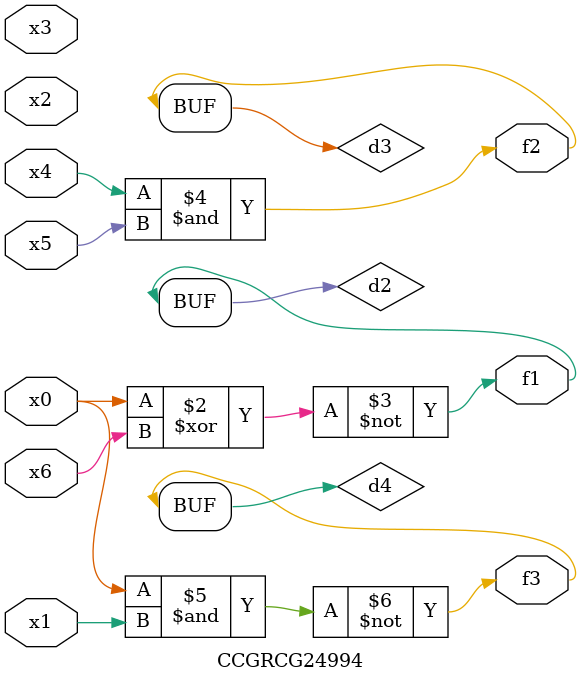
<source format=v>
module CCGRCG24994(
	input x0, x1, x2, x3, x4, x5, x6,
	output f1, f2, f3
);

	wire d1, d2, d3, d4;

	nor (d1, x0);
	xnor (d2, x0, x6);
	and (d3, x4, x5);
	nand (d4, x0, x1);
	assign f1 = d2;
	assign f2 = d3;
	assign f3 = d4;
endmodule

</source>
